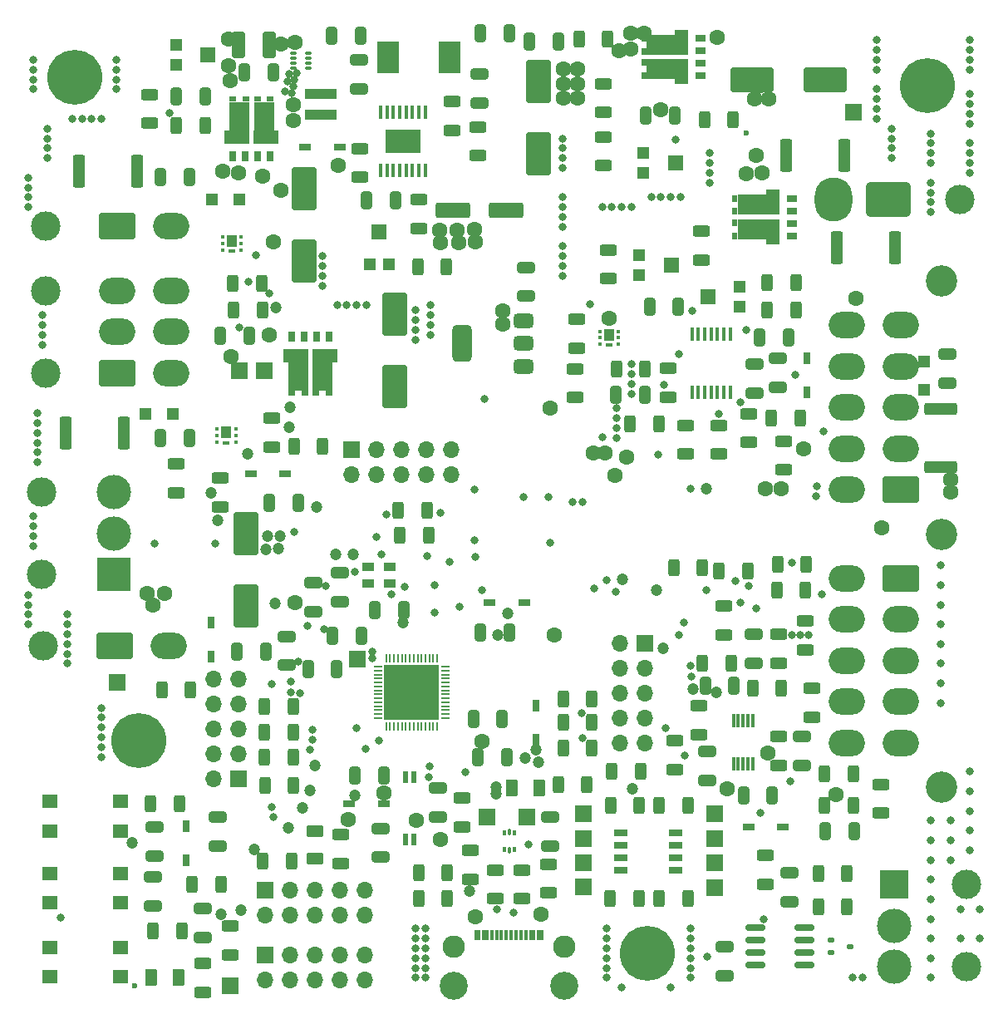
<source format=gbr>
%TF.GenerationSoftware,KiCad,Pcbnew,9.0.0*%
%TF.CreationDate,2025-03-25T01:25:05+01:00*%
%TF.ProjectId,FCCU-v2-schematic-pcb,46434355-2d76-4322-9d73-6368656d6174,rev?*%
%TF.SameCoordinates,Original*%
%TF.FileFunction,Soldermask,Top*%
%TF.FilePolarity,Negative*%
%FSLAX46Y46*%
G04 Gerber Fmt 4.6, Leading zero omitted, Abs format (unit mm)*
G04 Created by KiCad (PCBNEW 9.0.0) date 2025-03-25 01:25:05*
%MOMM*%
%LPD*%
G01*
G04 APERTURE LIST*
G04 Aperture macros list*
%AMRoundRect*
0 Rectangle with rounded corners*
0 $1 Rounding radius*
0 $2 $3 $4 $5 $6 $7 $8 $9 X,Y pos of 4 corners*
0 Add a 4 corners polygon primitive as box body*
4,1,4,$2,$3,$4,$5,$6,$7,$8,$9,$2,$3,0*
0 Add four circle primitives for the rounded corners*
1,1,$1+$1,$2,$3*
1,1,$1+$1,$4,$5*
1,1,$1+$1,$6,$7*
1,1,$1+$1,$8,$9*
0 Add four rect primitives between the rounded corners*
20,1,$1+$1,$2,$3,$4,$5,0*
20,1,$1+$1,$4,$5,$6,$7,0*
20,1,$1+$1,$6,$7,$8,$9,0*
20,1,$1+$1,$8,$9,$2,$3,0*%
G04 Aperture macros list end*
%ADD10R,1.150000X0.800000*%
%ADD11RoundRect,0.250000X-0.625000X0.312500X-0.625000X-0.312500X0.625000X-0.312500X0.625000X0.312500X0*%
%ADD12R,1.700000X1.700000*%
%ADD13RoundRect,0.250000X0.312500X0.625000X-0.312500X0.625000X-0.312500X-0.625000X0.312500X-0.625000X0*%
%ADD14R,0.600000X1.200000*%
%ADD15RoundRect,0.050000X-0.285000X-0.100000X0.285000X-0.100000X0.285000X0.100000X-0.285000X0.100000X0*%
%ADD16RoundRect,0.250000X0.650000X-0.325000X0.650000X0.325000X-0.650000X0.325000X-0.650000X-0.325000X0*%
%ADD17RoundRect,0.250000X-0.312500X-0.625000X0.312500X-0.625000X0.312500X0.625000X-0.312500X0.625000X0*%
%ADD18RoundRect,0.250000X0.412500X1.100000X-0.412500X1.100000X-0.412500X-1.100000X0.412500X-1.100000X0*%
%ADD19RoundRect,0.250000X0.625000X-0.312500X0.625000X0.312500X-0.625000X0.312500X-0.625000X-0.312500X0*%
%ADD20C,3.000000*%
%ADD21RoundRect,0.250001X1.599999X-1.099999X1.599999X1.099999X-1.599999X1.099999X-1.599999X-1.099999X0*%
%ADD22O,3.700000X2.700000*%
%ADD23C,5.600000*%
%ADD24R,1.200000X1.200000*%
%ADD25R,1.500000X1.600000*%
%ADD26RoundRect,0.250000X0.325000X0.650000X-0.325000X0.650000X-0.325000X-0.650000X0.325000X-0.650000X0*%
%ADD27RoundRect,0.250000X-0.325000X-0.650000X0.325000X-0.650000X0.325000X0.650000X-0.325000X0.650000X0*%
%ADD28RoundRect,0.050000X-0.387500X-0.050000X0.387500X-0.050000X0.387500X0.050000X-0.387500X0.050000X0*%
%ADD29RoundRect,0.050000X-0.050000X-0.387500X0.050000X-0.387500X0.050000X0.387500X-0.050000X0.387500X0*%
%ADD30R,5.600000X5.600000*%
%ADD31RoundRect,0.250000X-1.000000X1.950000X-1.000000X-1.950000X1.000000X-1.950000X1.000000X1.950000X0*%
%ADD32RoundRect,0.250000X-0.650000X0.325000X-0.650000X-0.325000X0.650000X-0.325000X0.650000X0.325000X0*%
%ADD33R,3.500000X3.500000*%
%ADD34C,3.500000*%
%ADD35RoundRect,0.250000X-1.500000X-0.550000X1.500000X-0.550000X1.500000X0.550000X-1.500000X0.550000X0*%
%ADD36R,0.750000X1.000000*%
%ADD37R,0.750000X0.560000*%
%ADD38R,2.080000X2.880000*%
%ADD39R,2.575000X1.400000*%
%ADD40R,3.000000X3.000000*%
%ADD41RoundRect,0.250000X0.625000X-0.375000X0.625000X0.375000X-0.625000X0.375000X-0.625000X-0.375000X0*%
%ADD42RoundRect,0.250000X0.362500X1.425000X-0.362500X1.425000X-0.362500X-1.425000X0.362500X-1.425000X0*%
%ADD43RoundRect,0.250000X1.000000X-1.950000X1.000000X1.950000X-1.000000X1.950000X-1.000000X-1.950000X0*%
%ADD44R,0.450000X1.475000*%
%ADD45R,1.600000X1.400000*%
%ADD46RoundRect,0.250000X-1.950000X-1.000000X1.950000X-1.000000X1.950000X1.000000X-1.950000X1.000000X0*%
%ADD47R,0.800000X1.150000*%
%ADD48R,2.173999X3.200400*%
%ADD49RoundRect,0.150000X-0.825000X-0.150000X0.825000X-0.150000X0.825000X0.150000X-0.825000X0.150000X0*%
%ADD50R,0.300000X1.400000*%
%ADD51O,1.700000X1.700000*%
%ADD52R,0.430000X0.350000*%
%ADD53R,1.100000X1.250000*%
%ADD54R,0.660000X0.350000*%
%ADD55RoundRect,0.250000X0.375000X0.625000X-0.375000X0.625000X-0.375000X-0.625000X0.375000X-0.625000X0*%
%ADD56R,3.550000X2.460000*%
%ADD57C,2.280000*%
%ADD58C,2.850000*%
%ADD59R,0.300000X1.100000*%
%ADD60RoundRect,0.250000X-1.425000X0.362500X-1.425000X-0.362500X1.425000X-0.362500X1.425000X0.362500X0*%
%ADD61RoundRect,0.112500X-0.237500X0.112500X-0.237500X-0.112500X0.237500X-0.112500X0.237500X0.112500X0*%
%ADD62R,1.450000X0.700000*%
%ADD63R,1.000000X0.750000*%
%ADD64R,0.560000X0.750000*%
%ADD65R,2.880000X2.080000*%
%ADD66R,1.400000X2.575000*%
%ADD67R,1.200000X0.950000*%
%ADD68R,3.200000X1.100000*%
%ADD69RoundRect,0.093750X0.093750X-0.156250X0.093750X0.156250X-0.093750X0.156250X-0.093750X-0.156250X0*%
%ADD70RoundRect,0.075000X0.075000X-0.250000X0.075000X0.250000X-0.075000X0.250000X-0.075000X-0.250000X0*%
%ADD71R,1.600000X1.500000*%
%ADD72RoundRect,0.375000X0.625000X0.375000X-0.625000X0.375000X-0.625000X-0.375000X0.625000X-0.375000X0*%
%ADD73RoundRect,0.500000X0.500000X1.400000X-0.500000X1.400000X-0.500000X-1.400000X0.500000X-1.400000X0*%
%ADD74C,3.200000*%
%ADD75RoundRect,0.250001X-1.599999X1.099999X-1.599999X-1.099999X1.599999X-1.099999X1.599999X1.099999X0*%
%ADD76RoundRect,0.324076X1.925924X-1.425924X1.925924X1.425924X-1.925924X1.425924X-1.925924X-1.425924X0*%
%ADD77O,3.850000X4.500000*%
%ADD78C,0.800000*%
%ADD79C,1.200000*%
%ADD80C,1.600000*%
%ADD81C,2.000000*%
%ADD82C,0.600000*%
G04 APERTURE END LIST*
D10*
%TO.C,Z5*%
X124750000Y-95250000D03*
X128250000Y-95250000D03*
%TD*%
D11*
%TO.C,R1*%
X145000000Y-104362500D03*
X145000000Y-101437500D03*
%TD*%
D12*
%TO.C,C_2*%
X161998750Y-101301250D03*
%TD*%
D13*
%TO.C,R32*%
X132812500Y-67900000D03*
X129887500Y-67900000D03*
%TD*%
D14*
%TO.C,Y2*%
X130450000Y-92600000D03*
X130450000Y-98900000D03*
X131350000Y-98900000D03*
X131350000Y-92600000D03*
%TD*%
D15*
%TO.C,U2*%
X119060000Y-18850000D03*
X119060000Y-19350000D03*
X119060000Y-19850000D03*
X119060000Y-20350000D03*
X120540000Y-20350000D03*
X120540000Y-19850000D03*
X120540000Y-19350000D03*
X120540000Y-18850000D03*
%TD*%
D16*
%TO.C,C18*%
X109800000Y-108875000D03*
X109800000Y-105925000D03*
%TD*%
D13*
%TO.C,R47*%
X170262500Y-45000000D03*
X167337500Y-45000000D03*
%TD*%
D17*
%TO.C,R46*%
X167337500Y-42200000D03*
X170262500Y-42200000D03*
%TD*%
D18*
%TO.C,C8*%
X116562500Y-18000000D03*
X113437500Y-18000000D03*
%TD*%
D17*
%TO.C,R53*%
X151373750Y-95476250D03*
X154298750Y-95476250D03*
%TD*%
D19*
%TO.C,R48*%
X157200000Y-53862500D03*
X157200000Y-50937500D03*
%TD*%
%TO.C,R3*%
X142300000Y-104962500D03*
X142300000Y-102037500D03*
%TD*%
D20*
%TO.C,J8*%
X93775000Y-51400000D03*
X93775000Y-43000000D03*
D21*
X101075000Y-51400000D03*
D22*
X101075000Y-47200000D03*
X101075000Y-43000000D03*
X106575000Y-51400000D03*
X106575000Y-47200000D03*
X106575000Y-43000000D03*
%TD*%
D23*
%TO.C,REF\u002A\u002A*%
X103300000Y-88850000D03*
%TD*%
D13*
%TO.C,R26*%
X119012500Y-88000000D03*
X116087500Y-88000000D03*
%TD*%
D19*
%TO.C,R73*%
X147875000Y-48837500D03*
X147875000Y-45912500D03*
%TD*%
D11*
%TO.C,R25*%
X116825000Y-56012500D03*
X116825000Y-58937500D03*
%TD*%
D24*
%TO.C,RV2*%
X154700000Y-31000000D03*
D25*
X157950000Y-30000000D03*
D24*
X154700000Y-29000000D03*
%TD*%
D17*
%TO.C,R63*%
X156336250Y-95476250D03*
X159261250Y-95476250D03*
%TD*%
D11*
%TO.C,R18*%
X109800000Y-111537500D03*
X109800000Y-114462500D03*
%TD*%
D17*
%TO.C,R57*%
X172537500Y-105800000D03*
X175462500Y-105800000D03*
%TD*%
D11*
%TO.C,R56*%
X169000000Y-58337500D03*
X169000000Y-61262500D03*
%TD*%
D10*
%TO.C,Z6*%
X139050000Y-74800000D03*
X142550000Y-74800000D03*
%TD*%
D16*
%TO.C,C43*%
X166000000Y-53475000D03*
X166000000Y-50525000D03*
%TD*%
D26*
%TO.C,C51*%
X108425000Y-58050000D03*
X105475000Y-58050000D03*
%TD*%
D11*
%TO.C,R44*%
X160600000Y-36937500D03*
X160600000Y-39862500D03*
%TD*%
D26*
%TO.C,C29*%
X119525000Y-64600000D03*
X116575000Y-64600000D03*
%TD*%
D27*
%TO.C,C37*%
X137875000Y-90500000D03*
X140825000Y-90500000D03*
%TD*%
D26*
%TO.C,C7*%
X146075000Y-17600000D03*
X143125000Y-17600000D03*
%TD*%
D28*
%TO.C,U6*%
X127662500Y-81325000D03*
X127662500Y-81725000D03*
X127662500Y-82125000D03*
X127662500Y-82525000D03*
X127662500Y-82925000D03*
X127662500Y-83325000D03*
X127662500Y-83725000D03*
X127662500Y-84125000D03*
X127662500Y-84525000D03*
X127662500Y-84925000D03*
X127662500Y-85325000D03*
X127662500Y-85725000D03*
X127662500Y-86125000D03*
X127662500Y-86525000D03*
D29*
X128500000Y-87362500D03*
X128900000Y-87362500D03*
X129300000Y-87362500D03*
X129700000Y-87362500D03*
X130100000Y-87362500D03*
X130500000Y-87362500D03*
X130900000Y-87362500D03*
X131300000Y-87362500D03*
X131700000Y-87362500D03*
X132100000Y-87362500D03*
X132500000Y-87362500D03*
X132900000Y-87362500D03*
X133300000Y-87362500D03*
X133700000Y-87362500D03*
D28*
X134537500Y-86525000D03*
X134537500Y-86125000D03*
X134537500Y-85725000D03*
X134537500Y-85325000D03*
X134537500Y-84925000D03*
X134537500Y-84525000D03*
X134537500Y-84125000D03*
X134537500Y-83725000D03*
X134537500Y-83325000D03*
X134537500Y-82925000D03*
X134537500Y-82525000D03*
X134537500Y-82125000D03*
X134537500Y-81725000D03*
X134537500Y-81325000D03*
D29*
X133700000Y-80487500D03*
X133300000Y-80487500D03*
X132900000Y-80487500D03*
X132500000Y-80487500D03*
X132100000Y-80487500D03*
X131700000Y-80487500D03*
X131300000Y-80487500D03*
X130900000Y-80487500D03*
X130500000Y-80487500D03*
X130100000Y-80487500D03*
X129700000Y-80487500D03*
X129300000Y-80487500D03*
X128900000Y-80487500D03*
X128500000Y-80487500D03*
D30*
X131100000Y-83925000D03*
%TD*%
D19*
%TO.C,R81*%
X157900000Y-91787500D03*
X157900000Y-88862500D03*
%TD*%
D10*
%TO.C,Z1*%
X120250000Y-28400000D03*
X123750000Y-28400000D03*
%TD*%
D31*
%TO.C,C9*%
X144000000Y-21700000D03*
X144000000Y-29100000D03*
%TD*%
D13*
%TO.C,R61*%
X118862500Y-101100000D03*
X115937500Y-101100000D03*
%TD*%
D20*
%TO.C,J5*%
X93575000Y-79200000D03*
D21*
X100875000Y-79200000D03*
D22*
X106375000Y-79200000D03*
%TD*%
D32*
%TO.C,C21*%
X133800000Y-93675000D03*
X133800000Y-96625000D03*
%TD*%
D26*
%TO.C,C35*%
X128275000Y-92400000D03*
X125325000Y-92400000D03*
%TD*%
D11*
%TO.C,R31*%
X137100000Y-100037500D03*
X137100000Y-102962500D03*
%TD*%
%TO.C,R66*%
X178925000Y-93287500D03*
X178925000Y-96212500D03*
%TD*%
D17*
%TO.C,R64*%
X156336250Y-104901250D03*
X159261250Y-104901250D03*
%TD*%
%TO.C,R12*%
X131737500Y-40600000D03*
X134662500Y-40600000D03*
%TD*%
D27*
%TO.C,C40*%
X155325000Y-44600000D03*
X158275000Y-44600000D03*
%TD*%
D17*
%TO.C,R39*%
X146537500Y-87000000D03*
X149462500Y-87000000D03*
%TD*%
D13*
%TO.C,R85*%
X163662500Y-80925000D03*
X160737500Y-80925000D03*
%TD*%
D20*
%TO.C,J3*%
X93412900Y-63515750D03*
X93412900Y-71915750D03*
D33*
X100712900Y-71915750D03*
D34*
X100712900Y-67715750D03*
X100712900Y-63515750D03*
%TD*%
D24*
%TO.C,RV5*%
X164500000Y-42600000D03*
D25*
X161250000Y-43600000D03*
D24*
X164500000Y-44600000D03*
%TD*%
D32*
%TO.C,C1*%
X138000000Y-20925000D03*
X138000000Y-23875000D03*
%TD*%
D35*
%TO.C,C4*%
X135300000Y-34800000D03*
X140700000Y-34800000D03*
%TD*%
D17*
%TO.C,R16*%
X107137500Y-26200000D03*
X110062500Y-26200000D03*
%TD*%
D24*
%TO.C,D10*%
X113520000Y-33750000D03*
X110720000Y-33750000D03*
%TD*%
D36*
%TO.C,D5*%
X122670000Y-47650000D03*
X121400000Y-47650000D03*
X120130000Y-47650000D03*
X118860000Y-47650000D03*
D37*
X118860000Y-53460000D03*
X120190000Y-53460000D03*
D38*
X119525000Y-51740000D03*
D39*
X119277000Y-49600000D03*
D37*
X121340000Y-53460000D03*
X122670000Y-53460000D03*
D39*
X122253000Y-49600000D03*
D38*
X122005000Y-51740000D03*
%TD*%
D20*
%TO.C,J2*%
X187587100Y-111884250D03*
X187587100Y-103484250D03*
D40*
X180287100Y-103484250D03*
D34*
X180287100Y-107684250D03*
X180287100Y-111884250D03*
%TD*%
D41*
%TO.C,D7*%
X121250000Y-100900000D03*
X121250000Y-98100000D03*
%TD*%
D32*
%TO.C,C24*%
X127900000Y-97775000D03*
X127900000Y-100725000D03*
%TD*%
D19*
%TO.C,R11*%
X131800000Y-36662500D03*
X131800000Y-33737500D03*
%TD*%
D23*
%TO.C,REF\u002A\u002A*%
X155150000Y-110550000D03*
%TD*%
D13*
%TO.C,R27*%
X119062500Y-93450000D03*
X116137500Y-93450000D03*
%TD*%
%TO.C,R40*%
X160712500Y-71250000D03*
X157787500Y-71250000D03*
%TD*%
D12*
%TO.C,C_1*%
X161998750Y-96301250D03*
%TD*%
%TO.C,A_1*%
X148598750Y-96301250D03*
%TD*%
D13*
%TO.C,R4*%
X134712500Y-104900000D03*
X131787500Y-104900000D03*
%TD*%
D11*
%TO.C,R17*%
X104400000Y-23037500D03*
X104400000Y-25962500D03*
%TD*%
D16*
%TO.C,C33*%
X121050000Y-75675000D03*
X121050000Y-72725000D03*
%TD*%
D42*
%TO.C,R78*%
X101762500Y-57525000D03*
X95837500Y-57525000D03*
%TD*%
D32*
%TO.C,C31*%
X118400000Y-78225000D03*
X118400000Y-81175000D03*
%TD*%
%TO.C,C25*%
X111325000Y-96650000D03*
X111325000Y-99600000D03*
%TD*%
D13*
%TO.C,R50*%
X154862500Y-51000000D03*
X151937500Y-51000000D03*
%TD*%
D17*
%TO.C,R23*%
X119087500Y-58900000D03*
X122012500Y-58900000D03*
%TD*%
D20*
%TO.C,J4*%
X93775000Y-36400000D03*
D21*
X101075000Y-36400000D03*
D22*
X106575000Y-36400000D03*
%TD*%
D11*
%TO.C,R15*%
X150600000Y-27337500D03*
X150600000Y-30262500D03*
%TD*%
%TO.C,R75*%
X111550000Y-62112500D03*
X111550000Y-65037500D03*
%TD*%
D17*
%TO.C,R71*%
X112987500Y-45000000D03*
X115912500Y-45000000D03*
%TD*%
%TO.C,R51*%
X172537500Y-102400000D03*
X175462500Y-102400000D03*
%TD*%
D43*
%TO.C,C15*%
X129350000Y-52800000D03*
X129350000Y-45400000D03*
%TD*%
D44*
%TO.C,IC2*%
X159650000Y-53338000D03*
X160300000Y-53338000D03*
X160950000Y-53338000D03*
X161600000Y-53338000D03*
X162250000Y-53338000D03*
X162900000Y-53338000D03*
X163550000Y-53338000D03*
X163550000Y-47462000D03*
X162900000Y-47462000D03*
X162250000Y-47462000D03*
X161600000Y-47462000D03*
X160950000Y-47462000D03*
X160300000Y-47462000D03*
X159650000Y-47462000D03*
%TD*%
D45*
%TO.C,BOOT*%
X94250000Y-105350000D03*
X101450000Y-105350000D03*
X94250000Y-102350000D03*
X101450000Y-102350000D03*
%TD*%
D11*
%TO.C,R69*%
X168500000Y-88437500D03*
X168500000Y-91362500D03*
%TD*%
D13*
%TO.C,R21*%
X111662500Y-103450000D03*
X108737500Y-103450000D03*
%TD*%
%TO.C,R9*%
X163862500Y-25600000D03*
X160937500Y-25600000D03*
%TD*%
D46*
%TO.C,C2*%
X165800000Y-21500000D03*
X173200000Y-21500000D03*
%TD*%
D42*
%TO.C,R77*%
X103162500Y-30800000D03*
X97237500Y-30800000D03*
%TD*%
D47*
%TO.C,Z2*%
X110700000Y-76800000D03*
X110700000Y-80300000D03*
%TD*%
D11*
%TO.C,R68*%
X171875000Y-83537500D03*
X171875000Y-86462500D03*
%TD*%
D10*
%TO.C,Z9*%
X165425000Y-97650000D03*
X168925000Y-97650000D03*
%TD*%
D19*
%TO.C,R49*%
X165400000Y-58462500D03*
X165400000Y-55537500D03*
%TD*%
D13*
%TO.C,R67*%
X176087500Y-95475000D03*
X173162500Y-95475000D03*
%TD*%
D23*
%TO.C,REF\u002A\u002A*%
X96750000Y-21250000D03*
%TD*%
D13*
%TO.C,R82*%
X168762500Y-83500000D03*
X165837500Y-83500000D03*
%TD*%
D48*
%TO.C,D1*%
X128698998Y-19200000D03*
X134953002Y-19200000D03*
%TD*%
D49*
%TO.C,U7*%
X166125000Y-107895000D03*
X166125000Y-109165000D03*
X166125000Y-110435000D03*
X166125000Y-111705000D03*
X171075000Y-111705000D03*
X171075000Y-110435000D03*
X171075000Y-109165000D03*
X171075000Y-107895000D03*
%TD*%
D26*
%TO.C,C34*%
X125975000Y-78150000D03*
X123025000Y-78150000D03*
%TD*%
D50*
%TO.C,IC4*%
X163875000Y-91200000D03*
X164375000Y-91200000D03*
X164875000Y-91200000D03*
X165375000Y-91200000D03*
X165875000Y-91200000D03*
X165875000Y-86800000D03*
X165375000Y-86800000D03*
X164875000Y-86800000D03*
X164375000Y-86800000D03*
X163875000Y-86800000D03*
%TD*%
D11*
%TO.C,R72*%
X107125000Y-60662500D03*
X107125000Y-63587500D03*
%TD*%
D27*
%TO.C,C10*%
X122925000Y-17000000D03*
X125875000Y-17000000D03*
%TD*%
D16*
%TO.C,C20*%
X123750000Y-74725000D03*
X123750000Y-71775000D03*
%TD*%
D43*
%TO.C,C28*%
X114200000Y-75150000D03*
X114200000Y-67750000D03*
%TD*%
D12*
%TO.C,J14*%
X124950000Y-59210000D03*
D51*
X127490000Y-59210000D03*
X130030000Y-59210000D03*
X132570000Y-59210000D03*
X135110000Y-59210000D03*
X124950000Y-61750000D03*
X127490000Y-61750000D03*
X130030000Y-61750000D03*
X132570000Y-61750000D03*
X135110000Y-61750000D03*
%TD*%
D11*
%TO.C,R7*%
X135200000Y-23737500D03*
X135200000Y-26662500D03*
%TD*%
D52*
%TO.C,Q3*%
X150265000Y-47150000D03*
X150265000Y-47800000D03*
D53*
X151200000Y-47515000D03*
D52*
X152135000Y-47150000D03*
X152135000Y-47800000D03*
X150265000Y-48450000D03*
D54*
X151200000Y-48575000D03*
D52*
X152135000Y-48450000D03*
%TD*%
D12*
%TO.C,TP1*%
X176100000Y-24800000D03*
%TD*%
D13*
%TO.C,R13*%
X151062500Y-17400000D03*
X148137500Y-17400000D03*
%TD*%
%TO.C,R36*%
X171237500Y-73500000D03*
X168312500Y-73500000D03*
%TD*%
D32*
%TO.C,C47*%
X170875000Y-88425000D03*
X170875000Y-91375000D03*
%TD*%
D27*
%TO.C,C38*%
X137375000Y-86600000D03*
X140325000Y-86600000D03*
%TD*%
D19*
%TO.C,R70*%
X167150000Y-103487500D03*
X167150000Y-100562500D03*
%TD*%
D55*
%TO.C,D8*%
X144100000Y-93700000D03*
X141300000Y-93700000D03*
%TD*%
D17*
%TO.C,R33*%
X129712500Y-65425000D03*
X132637500Y-65425000D03*
%TD*%
%TO.C,R19*%
X104737500Y-108200000D03*
X107662500Y-108200000D03*
%TD*%
D45*
%TO.C,RESET*%
X94200000Y-98050000D03*
X101400000Y-98050000D03*
X94200000Y-95050000D03*
X101400000Y-95050000D03*
%TD*%
D13*
%TO.C,R60*%
X156262500Y-56600000D03*
X153337500Y-56600000D03*
%TD*%
D47*
%TO.C,Z7*%
X143800000Y-85250000D03*
X143800000Y-88750000D03*
%TD*%
D19*
%TO.C,R65*%
X112600000Y-110662500D03*
X112600000Y-107737500D03*
%TD*%
D32*
%TO.C,C27*%
X104775000Y-102700000D03*
X104775000Y-105650000D03*
%TD*%
D27*
%TO.C,C55*%
X111625000Y-47600000D03*
X114575000Y-47600000D03*
%TD*%
D13*
%TO.C,R55*%
X170662500Y-56000000D03*
X167737500Y-56000000D03*
%TD*%
D26*
%TO.C,C32*%
X123475000Y-81550000D03*
X120525000Y-81550000D03*
%TD*%
D11*
%TO.C,R76*%
X147725000Y-50962500D03*
X147725000Y-53887500D03*
%TD*%
%TO.C,R20*%
X136200000Y-94687500D03*
X136200000Y-97612500D03*
%TD*%
D24*
%TO.C,D11*%
X103955000Y-55600000D03*
X106755000Y-55600000D03*
%TD*%
D42*
%TO.C,R5*%
X175212500Y-29250000D03*
X169287500Y-29250000D03*
%TD*%
D44*
%TO.C,IC1*%
X132475000Y-24862000D03*
X131825000Y-24862000D03*
X131175000Y-24862000D03*
X130525000Y-24862000D03*
X129875000Y-24862000D03*
X129225000Y-24862000D03*
X128575000Y-24862000D03*
X127925000Y-24862000D03*
X127925000Y-30738000D03*
X128575000Y-30738000D03*
X129225000Y-30738000D03*
X129875000Y-30738000D03*
X130525000Y-30738000D03*
X131175000Y-30738000D03*
X131825000Y-30738000D03*
X132475000Y-30738000D03*
D56*
X130200000Y-27800000D03*
%TD*%
D42*
%TO.C,R6*%
X180362500Y-38650000D03*
X174437500Y-38650000D03*
%TD*%
D17*
%TO.C,R38*%
X146537500Y-89600000D03*
X149462500Y-89600000D03*
%TD*%
D19*
%TO.C,R10*%
X125800000Y-31462500D03*
X125800000Y-28537500D03*
%TD*%
D57*
%TO.C,P1*%
X135380000Y-109800000D03*
D58*
X135380000Y-113800000D03*
D59*
X137650000Y-108650000D03*
D57*
X146620000Y-109800000D03*
D58*
X146620000Y-113800000D03*
D59*
X138450000Y-108650000D03*
X139750000Y-108650000D03*
X140750000Y-108650000D03*
X141250000Y-108650000D03*
X142250000Y-108650000D03*
X143550000Y-108650000D03*
X144350000Y-108650000D03*
X144050000Y-108650000D03*
X143250000Y-108650000D03*
X142750000Y-108650000D03*
X141750000Y-108650000D03*
X140250000Y-108650000D03*
X139250000Y-108650000D03*
X138750000Y-108650000D03*
X137950000Y-108650000D03*
%TD*%
D27*
%TO.C,C49*%
X164900000Y-94425000D03*
X167850000Y-94425000D03*
%TD*%
%TO.C,C36*%
X138125000Y-77800000D03*
X141075000Y-77800000D03*
%TD*%
D60*
%TO.C,R79*%
X185000000Y-55037500D03*
X185000000Y-60962500D03*
%TD*%
D16*
%TO.C,C23*%
X145200000Y-99575000D03*
X145200000Y-96625000D03*
%TD*%
D61*
%TO.C,D6*%
X173800000Y-109150000D03*
X173800000Y-110450000D03*
X175800000Y-109800000D03*
%TD*%
D13*
%TO.C,R34*%
X171287500Y-70925000D03*
X168362500Y-70925000D03*
%TD*%
D27*
%TO.C,C17*%
X127325000Y-75575000D03*
X130275000Y-75575000D03*
%TD*%
D13*
%TO.C,R28*%
X119012500Y-85400000D03*
X116087500Y-85400000D03*
%TD*%
D17*
%TO.C,R74*%
X112887500Y-42250000D03*
X115812500Y-42250000D03*
%TD*%
D45*
%TO.C,TEST*%
X94200000Y-112900000D03*
X101400000Y-112900000D03*
X94200000Y-109900000D03*
X101400000Y-109900000D03*
%TD*%
D47*
%TO.C,Z8*%
X171400000Y-53350000D03*
X171400000Y-49850000D03*
%TD*%
D62*
%TO.C,IC3*%
X152398750Y-98196250D03*
X152398750Y-99466250D03*
X152398750Y-100736250D03*
X152398750Y-102006250D03*
X157998750Y-102006250D03*
X157998750Y-100736250D03*
X157998750Y-99466250D03*
X157998750Y-98196250D03*
%TD*%
D12*
%TO.C,J11*%
X116150000Y-110710000D03*
D51*
X118690000Y-110710000D03*
X121230000Y-110710000D03*
X123770000Y-110710000D03*
X126310000Y-110710000D03*
X116150000Y-113250000D03*
X118690000Y-113250000D03*
X121230000Y-113250000D03*
X123770000Y-113250000D03*
X126310000Y-113250000D03*
%TD*%
D32*
%TO.C,C42*%
X162950000Y-109825000D03*
X162950000Y-112775000D03*
%TD*%
D26*
%TO.C,C50*%
X108475000Y-31400000D03*
X105525000Y-31400000D03*
%TD*%
D63*
%TO.C,D3*%
X160547500Y-21105500D03*
X160547500Y-19835500D03*
X160547500Y-18565500D03*
X160547500Y-17295500D03*
D64*
X154737500Y-17295500D03*
X154737500Y-18625500D03*
D65*
X156457500Y-17960500D03*
D66*
X158597500Y-17712500D03*
D64*
X154737500Y-19775500D03*
X154737500Y-21105500D03*
D66*
X158597500Y-20688500D03*
D65*
X156457500Y-20440500D03*
%TD*%
D52*
%TO.C,Q2*%
X111290000Y-57100000D03*
X111290000Y-57750000D03*
D53*
X112225000Y-57465000D03*
D52*
X113160000Y-57100000D03*
X113160000Y-57750000D03*
X111290000Y-58400000D03*
D54*
X112225000Y-58525000D03*
D52*
X113160000Y-58400000D03*
%TD*%
D67*
%TO.C,Y1*%
X128850000Y-71125000D03*
X126650000Y-71125000D03*
X126650000Y-72875000D03*
X128850000Y-72875000D03*
%TD*%
D24*
%TO.C,RV3*%
X107100000Y-18000000D03*
D25*
X110350000Y-19000000D03*
D24*
X107100000Y-20000000D03*
%TD*%
D26*
%TO.C,C5*%
X129475000Y-33800000D03*
X126525000Y-33800000D03*
%TD*%
D32*
%TO.C,C52*%
X185675000Y-49450000D03*
X185675000Y-52400000D03*
%TD*%
D27*
%TO.C,C44*%
X151925000Y-53600000D03*
X154875000Y-53600000D03*
%TD*%
D68*
%TO.C,L2*%
X121850000Y-22950000D03*
X121850000Y-25050000D03*
%TD*%
D17*
%TO.C,R24*%
X105637500Y-83650000D03*
X108562500Y-83650000D03*
%TD*%
D32*
%TO.C,C45*%
X169600000Y-102325000D03*
X169600000Y-105275000D03*
%TD*%
D17*
%TO.C,R86*%
X131787500Y-102300000D03*
X134712500Y-102300000D03*
%TD*%
D63*
%TO.C,D2*%
X169847500Y-37405500D03*
X169847500Y-36135500D03*
X169847500Y-34865500D03*
X169847500Y-33595500D03*
D64*
X164037500Y-33595500D03*
X164037500Y-34925500D03*
D65*
X165757500Y-34260500D03*
D66*
X167897500Y-34012500D03*
D64*
X164037500Y-36075500D03*
X164037500Y-37405500D03*
D66*
X167897500Y-36988500D03*
D65*
X165757500Y-36740500D03*
%TD*%
D31*
%TO.C,C16*%
X120150000Y-32600000D03*
X120150000Y-40000000D03*
%TD*%
D19*
%TO.C,R14*%
X150600000Y-24862500D03*
X150600000Y-21937500D03*
%TD*%
D24*
%TO.C,RV4*%
X154300000Y-39400000D03*
D25*
X157550000Y-40400000D03*
D24*
X154300000Y-41400000D03*
%TD*%
D12*
%TO.C,A_2*%
X148598750Y-101301250D03*
%TD*%
D52*
%TO.C,Q1*%
X111865000Y-37550000D03*
X111865000Y-38200000D03*
D53*
X112800000Y-37915000D03*
D52*
X113735000Y-37550000D03*
X113735000Y-38200000D03*
X111865000Y-38850000D03*
D54*
X112800000Y-38975000D03*
D52*
X113735000Y-38850000D03*
%TD*%
D19*
%TO.C,R2*%
X139650000Y-104962500D03*
X139650000Y-102037500D03*
%TD*%
D17*
%TO.C,R54*%
X151336250Y-104901250D03*
X154261250Y-104901250D03*
%TD*%
%TO.C,R43*%
X146537500Y-84600000D03*
X149462500Y-84600000D03*
%TD*%
D12*
%TO.C,J15*%
X154890000Y-78950000D03*
D51*
X154890000Y-81490000D03*
X154890000Y-84030000D03*
X154890000Y-86570000D03*
X154890000Y-89110000D03*
X152350000Y-78950000D03*
X152350000Y-81490000D03*
X152350000Y-84030000D03*
X152350000Y-86570000D03*
X152350000Y-89110000D03*
%TD*%
D10*
%TO.C,Z3*%
X118200000Y-61700000D03*
X114700000Y-61700000D03*
%TD*%
D32*
%TO.C,C26*%
X104875000Y-97625000D03*
X104875000Y-100575000D03*
%TD*%
D69*
%TO.C,U5*%
X140512500Y-99950000D03*
D70*
X141050000Y-100025000D03*
D69*
X141587500Y-99950000D03*
X141587500Y-98250000D03*
D70*
X141050000Y-98175000D03*
D69*
X140512500Y-98250000D03*
%TD*%
D17*
%TO.C,R42*%
X151487500Y-92000000D03*
X154412500Y-92000000D03*
%TD*%
D11*
%TO.C,R8*%
X137800000Y-26337500D03*
X137800000Y-29262500D03*
%TD*%
D19*
%TO.C,R45*%
X151150000Y-41787500D03*
X151150000Y-38862500D03*
%TD*%
D23*
%TO.C,REF\u002A\u002A*%
X183650000Y-22150000D03*
%TD*%
D36*
%TO.C,D4*%
X112894500Y-29305000D03*
X114164500Y-29305000D03*
X115434500Y-29305000D03*
X116704500Y-29305000D03*
D37*
X116704500Y-23495000D03*
X115374500Y-23495000D03*
D38*
X116039500Y-25215000D03*
D39*
X116287500Y-27355000D03*
X113311500Y-27355000D03*
D38*
X113559500Y-25215000D03*
D37*
X114224500Y-23495000D03*
X112894500Y-23495000D03*
%TD*%
D16*
%TO.C,C39*%
X168400000Y-52875000D03*
X168400000Y-49925000D03*
%TD*%
D27*
%TO.C,C6*%
X138125000Y-16800000D03*
X141075000Y-16800000D03*
%TD*%
D17*
%TO.C,R37*%
X162412500Y-71600000D03*
X165337500Y-71600000D03*
%TD*%
D24*
%TO.C,RV1*%
X126800000Y-40300000D03*
D71*
X127800000Y-37050000D03*
D24*
X128800000Y-40300000D03*
%TD*%
D17*
%TO.C,R22*%
X104487500Y-95275000D03*
X107412500Y-95275000D03*
%TD*%
D27*
%TO.C,C14*%
X107125000Y-23200000D03*
X110075000Y-23200000D03*
%TD*%
D13*
%TO.C,R29*%
X119012500Y-90500000D03*
X116087500Y-90500000D03*
%TD*%
D19*
%TO.C,R83*%
X168525000Y-80937500D03*
X168525000Y-78012500D03*
%TD*%
D32*
%TO.C,C12*%
X125700000Y-19525000D03*
X125700000Y-22475000D03*
%TD*%
D26*
%TO.C,C30*%
X116225000Y-79750000D03*
X113275000Y-79750000D03*
%TD*%
D11*
%TO.C,R41*%
X162925000Y-75162500D03*
X162925000Y-78087500D03*
%TD*%
%TO.C,R30*%
X123850000Y-98437500D03*
X123850000Y-101362500D03*
%TD*%
D26*
%TO.C,C46*%
X176175000Y-98075000D03*
X173225000Y-98075000D03*
%TD*%
D12*
%TO.C,J12*%
X116150000Y-104110000D03*
D51*
X118690000Y-104110000D03*
X121230000Y-104110000D03*
X123770000Y-104110000D03*
X126310000Y-104110000D03*
X116150000Y-106650000D03*
X118690000Y-106650000D03*
X121230000Y-106650000D03*
X123770000Y-106650000D03*
X126310000Y-106650000D03*
%TD*%
D72*
%TO.C,U3*%
X142500000Y-50700000D03*
X142500000Y-48400000D03*
D73*
X136200000Y-48400000D03*
D72*
X142500000Y-46100000D03*
%TD*%
D17*
%TO.C,R62*%
X146037500Y-93350000D03*
X148962500Y-93350000D03*
%TD*%
D13*
%TO.C,R35*%
X176087500Y-92250000D03*
X173162500Y-92250000D03*
%TD*%
D27*
%TO.C,C3*%
X154925000Y-25200000D03*
X157875000Y-25200000D03*
%TD*%
D16*
%TO.C,C13*%
X142750000Y-43575000D03*
X142750000Y-40625000D03*
%TD*%
D19*
%TO.C,R59*%
X159000000Y-59662500D03*
X159000000Y-56737500D03*
%TD*%
D55*
%TO.C,D9*%
X107400000Y-113000000D03*
X104600000Y-113000000D03*
%TD*%
D19*
%TO.C,R58*%
X162400000Y-59662500D03*
X162400000Y-56737500D03*
%TD*%
D47*
%TO.C,Z4*%
X108150000Y-97525000D03*
X108150000Y-101025000D03*
%TD*%
D16*
%TO.C,C53*%
X165975000Y-80975000D03*
X165975000Y-78025000D03*
%TD*%
D26*
%TO.C,C54*%
X163950000Y-83250000D03*
X161000000Y-83250000D03*
%TD*%
D74*
%TO.C,J6*%
X185100000Y-67800000D03*
X185100000Y-93600000D03*
D75*
X180900000Y-72300000D03*
D22*
X180900000Y-76500000D03*
X180900000Y-80700000D03*
X180900000Y-84900000D03*
X180900000Y-89100000D03*
X175400000Y-72300000D03*
X175400000Y-76500000D03*
X175400000Y-80700000D03*
X175400000Y-84900000D03*
X175400000Y-89100000D03*
%TD*%
D26*
%TO.C,C11*%
X116975000Y-20800000D03*
X114025000Y-20800000D03*
%TD*%
D19*
%TO.C,R80*%
X160350000Y-88237500D03*
X160350000Y-85312500D03*
%TD*%
D26*
%TO.C,C41*%
X169475000Y-47800000D03*
X166525000Y-47800000D03*
%TD*%
D12*
%TO.C,+5V*%
X113525000Y-51125000D03*
%TD*%
D11*
%TO.C,R84*%
X171175000Y-76687500D03*
X171175000Y-79612500D03*
%TD*%
D32*
%TO.C,C48*%
X161200000Y-89975000D03*
X161200000Y-92925000D03*
%TD*%
D24*
%TO.C,D12*%
X183275000Y-53070000D03*
X183275000Y-50270000D03*
%TD*%
D12*
%TO.C,TP12*%
X142800000Y-96600000D03*
%TD*%
%TO.C,TP3*%
X125600000Y-80550000D03*
%TD*%
D20*
%TO.C,J1*%
X186925000Y-33750000D03*
D76*
X179625000Y-33750000D03*
D77*
X174050000Y-33750000D03*
%TD*%
D12*
%TO.C,TP13*%
X138800000Y-96600000D03*
%TD*%
%TO.C,TP8*%
X116075000Y-51125000D03*
%TD*%
%TO.C,E_1*%
X161998750Y-98801250D03*
%TD*%
%TO.C,E_2*%
X161998750Y-103801250D03*
%TD*%
%TO.C,J13*%
X113440000Y-92725000D03*
D51*
X113440000Y-90185000D03*
X113440000Y-87645000D03*
X113440000Y-85105000D03*
X113440000Y-82565000D03*
X110900000Y-92725000D03*
X110900000Y-90185000D03*
X110900000Y-87645000D03*
X110900000Y-85105000D03*
X110900000Y-82565000D03*
%TD*%
D12*
%TO.C,K_2*%
X148598750Y-103751250D03*
%TD*%
%TO.C,K_1*%
X148598750Y-98801250D03*
%TD*%
%TO.C,TP3*%
X101100000Y-82950000D03*
%TD*%
%TO.C,TP10*%
X112600000Y-113800000D03*
%TD*%
D74*
%TO.C,J7*%
X185100000Y-67800000D03*
X185100000Y-42000000D03*
D21*
X180900000Y-63300000D03*
D22*
X180900000Y-59100000D03*
X180900000Y-54900000D03*
X180900000Y-50700000D03*
X180900000Y-46500000D03*
X175400000Y-63300000D03*
X175400000Y-59100000D03*
X175400000Y-54900000D03*
X175400000Y-50700000D03*
X175400000Y-46500000D03*
%TD*%
D78*
X125500000Y-87600000D03*
X159542050Y-63201000D03*
X147500000Y-64500000D03*
X148500000Y-64500000D03*
X138500000Y-54000000D03*
X151000000Y-72500000D03*
X145000000Y-64000000D03*
X137500000Y-63300000D03*
X142500000Y-64000000D03*
X152000000Y-55000000D03*
X152000000Y-57000000D03*
X152000000Y-56000000D03*
X152000000Y-58000000D03*
X153500000Y-53500000D03*
X153500000Y-51500000D03*
X153500000Y-52500000D03*
X153500000Y-50500000D03*
X122000000Y-42500000D03*
X122000000Y-40500000D03*
X122000000Y-41500000D03*
X122000000Y-39500000D03*
X126500000Y-44500000D03*
X124500000Y-44500000D03*
X125500000Y-44500000D03*
X123500000Y-44500000D03*
X133000000Y-47500000D03*
X133000000Y-45500000D03*
X133000000Y-46500000D03*
X133000000Y-44500000D03*
X131500000Y-48000000D03*
X131500000Y-46000000D03*
X131500000Y-47000000D03*
X131500000Y-45000000D03*
X146500000Y-39500000D03*
X146500000Y-40500000D03*
X146500000Y-41500000D03*
X146500000Y-38500000D03*
X146500000Y-34500000D03*
X146500000Y-35500000D03*
X146500000Y-36500000D03*
X146500000Y-33500000D03*
X146500000Y-28500000D03*
X146500000Y-29500000D03*
X146500000Y-30500000D03*
X146500000Y-27500000D03*
X156500000Y-33500000D03*
X157500000Y-33500000D03*
X158500000Y-33500000D03*
X155500000Y-33500000D03*
X151500000Y-34500000D03*
X152500000Y-34500000D03*
X153500000Y-34500000D03*
X150500000Y-34500000D03*
X161500000Y-30000000D03*
X161500000Y-31000000D03*
X161500000Y-32000000D03*
X161500000Y-29000000D03*
X178500000Y-18500000D03*
X178500000Y-19500000D03*
X178500000Y-20500000D03*
X178500000Y-17500000D03*
X178500000Y-23500000D03*
X178500000Y-24500000D03*
X178500000Y-25500000D03*
X178500000Y-22500000D03*
X180000000Y-27500000D03*
X180000000Y-28500000D03*
X180000000Y-29500000D03*
X180000000Y-26500000D03*
X184000000Y-28000000D03*
X184000000Y-29000000D03*
X184000000Y-30000000D03*
X184000000Y-27000000D03*
X184000000Y-33000000D03*
X184000000Y-34000000D03*
X184000000Y-35000000D03*
X184000000Y-32000000D03*
X188000000Y-29000000D03*
X188000000Y-30000000D03*
X188000000Y-31000000D03*
X188000000Y-28000000D03*
X188000000Y-24000000D03*
X188000000Y-25000000D03*
X188000000Y-26000000D03*
X188000000Y-23000000D03*
X188000000Y-18500000D03*
X188000000Y-19500000D03*
X188000000Y-20500000D03*
X188000000Y-17500000D03*
X97500000Y-25500000D03*
X98500000Y-25500000D03*
X99500000Y-25500000D03*
X96500000Y-25500000D03*
X101000000Y-20500000D03*
X101000000Y-21500000D03*
X101000000Y-22500000D03*
X101000000Y-19500000D03*
X92500000Y-20500000D03*
X92500000Y-21500000D03*
X92500000Y-22500000D03*
X92500000Y-19500000D03*
X94000000Y-27500000D03*
X94000000Y-28500000D03*
X94000000Y-29500000D03*
X94000000Y-26500000D03*
X92000000Y-32500000D03*
X92000000Y-33500000D03*
X92000000Y-34500000D03*
X92000000Y-31500000D03*
X92000000Y-75000000D03*
X92000000Y-76000000D03*
X92000000Y-77000000D03*
X92000000Y-74000000D03*
X92500000Y-67000000D03*
X92500000Y-68000000D03*
X92500000Y-69000000D03*
X92500000Y-66000000D03*
X93500000Y-45500000D03*
X93500000Y-47500000D03*
X93500000Y-48500000D03*
X93500000Y-46500000D03*
X93000000Y-55500000D03*
X93000000Y-57500000D03*
X93000000Y-60500000D03*
X93000000Y-58500000D03*
X93000000Y-59500000D03*
X93000000Y-56500000D03*
X96000000Y-76000000D03*
X96000000Y-78000000D03*
X96000000Y-81000000D03*
X96000000Y-79000000D03*
X96000000Y-80000000D03*
X96000000Y-77000000D03*
X99500000Y-85500000D03*
X99500000Y-87500000D03*
X99500000Y-90500000D03*
X99500000Y-88500000D03*
X99500000Y-89500000D03*
X99500000Y-86500000D03*
X131500000Y-108000000D03*
X131500000Y-110000000D03*
X131500000Y-113000000D03*
X131500000Y-111000000D03*
X131500000Y-112000000D03*
X131500000Y-109000000D03*
X132500000Y-108000000D03*
X132500000Y-110000000D03*
X132500000Y-113000000D03*
X132500000Y-111000000D03*
X132500000Y-112000000D03*
X132500000Y-109000000D03*
X159500000Y-108000000D03*
X159500000Y-110000000D03*
X159500000Y-113000000D03*
X159500000Y-111000000D03*
X159500000Y-112000000D03*
X159500000Y-109000000D03*
X151000000Y-108000000D03*
X151000000Y-113000000D03*
X151000000Y-112000000D03*
X151000000Y-111000000D03*
X151000000Y-110000000D03*
X151000000Y-109000000D03*
X152500000Y-114000000D03*
X157500000Y-114000000D03*
X177000000Y-113000000D03*
X176000000Y-113000000D03*
X189000000Y-109000000D03*
X189000000Y-106000000D03*
X187000000Y-106000000D03*
X187000000Y-109000000D03*
X184000000Y-113000000D03*
X184000000Y-111000000D03*
X184000000Y-109000000D03*
X184000000Y-107000000D03*
X184000000Y-105000000D03*
X184000000Y-103000000D03*
X184000000Y-101000000D03*
X184000000Y-99000000D03*
X184000000Y-97000000D03*
X186000000Y-101000000D03*
X186000000Y-99000000D03*
X186000000Y-97000000D03*
X188000000Y-100000000D03*
X188000000Y-98000000D03*
X188000000Y-96000000D03*
X188000000Y-94000000D03*
X188000000Y-92000000D03*
X185000000Y-85000000D03*
X185000000Y-83000000D03*
X185000000Y-81000000D03*
X185000000Y-79000000D03*
X185000000Y-77000000D03*
X185000000Y-75000000D03*
X185000000Y-73000000D03*
X185000000Y-71000000D03*
X172900000Y-73900000D03*
X169850000Y-78050000D03*
X170650000Y-78050000D03*
X171550000Y-78050000D03*
X172300000Y-63950000D03*
X172350000Y-62950000D03*
X173050000Y-57350000D03*
X169850000Y-70750000D03*
X113550000Y-46800000D03*
X116600000Y-43300000D03*
X114500000Y-42100000D03*
X115200000Y-39350000D03*
D79*
X118700000Y-54850000D03*
X114405000Y-59606500D03*
X118650000Y-56950000D03*
X111350000Y-66400000D03*
X121450000Y-65050000D03*
X117650000Y-68000000D03*
X116450000Y-68000000D03*
X116250000Y-69350000D03*
X117500000Y-69300000D03*
X117150000Y-74850000D03*
X125100000Y-69850000D03*
X123350000Y-69850000D03*
X140850000Y-75900000D03*
X130250000Y-76800000D03*
X125325000Y-94425000D03*
X113726000Y-106100000D03*
X115050000Y-99900000D03*
X118550000Y-97700000D03*
X120000000Y-95700000D03*
X120700000Y-93950000D03*
X121250000Y-91400000D03*
D80*
X132500000Y-84000000D03*
D78*
X119025000Y-22200000D03*
D80*
X167350000Y-90100000D03*
X132500000Y-82500000D03*
D78*
X128750000Y-82850000D03*
X119400000Y-20850000D03*
X128750000Y-83550000D03*
X134000000Y-65600000D03*
X130550000Y-81700000D03*
D80*
X112400000Y-17400000D03*
D78*
X122201496Y-77450000D03*
D81*
X131000000Y-84000000D03*
D78*
X125275000Y-71650000D03*
X119150000Y-21500000D03*
D79*
X142650000Y-90650000D03*
D80*
X129500000Y-82500000D03*
D78*
X133400000Y-81700000D03*
D79*
X143800000Y-89800000D03*
D80*
X112600000Y-21600000D03*
D78*
X132000000Y-81700000D03*
D80*
X134000000Y-98900000D03*
D78*
X132700000Y-81700000D03*
D80*
X167100000Y-63200000D03*
D78*
X137600000Y-70150000D03*
X129150000Y-81700000D03*
D80*
X131000000Y-85500000D03*
X119200000Y-74750000D03*
D78*
X122350000Y-73050000D03*
X119550000Y-80800000D03*
X129450000Y-86300000D03*
X120500496Y-77150286D03*
D80*
X119050000Y-25700000D03*
D78*
X133350000Y-85400000D03*
X133400000Y-75800000D03*
D79*
X162150000Y-83950000D03*
D78*
X118900000Y-22850000D03*
X135000000Y-70600000D03*
D79*
X102625000Y-99275000D03*
X156025000Y-73525000D03*
D78*
X128750000Y-84300000D03*
X133350000Y-82500000D03*
X131250000Y-81700000D03*
X118169239Y-22699392D03*
D80*
X129500000Y-84000000D03*
D79*
X152550000Y-72400000D03*
D78*
X133400000Y-73000000D03*
D80*
X132500000Y-85500000D03*
X168750000Y-63200000D03*
D79*
X159782807Y-83581407D03*
D80*
X131000000Y-82500000D03*
D79*
X111650000Y-106550000D03*
D78*
X128750000Y-82150000D03*
D79*
X144005212Y-91044788D03*
D80*
X162200000Y-17200000D03*
X129500000Y-85500000D03*
X124652054Y-96886685D03*
X119050000Y-24050000D03*
X185999000Y-62250000D03*
D78*
X128750000Y-85700000D03*
X129000000Y-73950000D03*
X129850000Y-81700000D03*
X132650000Y-70000000D03*
X130412500Y-73137500D03*
X128750000Y-85000000D03*
X133350000Y-83200000D03*
X138250000Y-73500000D03*
D80*
X131600000Y-97000000D03*
D78*
X128750000Y-86300000D03*
D80*
X123600000Y-30250000D03*
D78*
X133350000Y-83900000D03*
X156200000Y-59750000D03*
X127050000Y-79750000D03*
X133350000Y-84700000D03*
X135950000Y-75200000D03*
X131850000Y-86300000D03*
X127975000Y-69875000D03*
D80*
X174318750Y-94318750D03*
D79*
X161150000Y-63201000D03*
D78*
X132550000Y-86300000D03*
X133350000Y-86100000D03*
X131150000Y-86300000D03*
X127050000Y-80450000D03*
X118450000Y-21725000D03*
D80*
X185999000Y-63550000D03*
X112400000Y-20100000D03*
D78*
X118600000Y-20925000D03*
X158350000Y-49500000D03*
X137500000Y-68400000D03*
X130150000Y-86300000D03*
D80*
X140400000Y-45050000D03*
X135750000Y-36850000D03*
X133950000Y-36850000D03*
X140400000Y-46400000D03*
X113450000Y-31050000D03*
X151850000Y-61850000D03*
X111850000Y-30850000D03*
X134050000Y-38100000D03*
X137600000Y-38050000D03*
X135850000Y-38100000D03*
X153000000Y-59950000D03*
X137500000Y-36800000D03*
X104150000Y-73850000D03*
D78*
X161150000Y-73550000D03*
D80*
X105900000Y-73850000D03*
D82*
X102875000Y-113825000D03*
D80*
X138248702Y-88899000D03*
D79*
X153600000Y-93725000D03*
X139724000Y-94298000D03*
D80*
X117800000Y-32800000D03*
D78*
X95300000Y-106900000D03*
X143000000Y-99400000D03*
D80*
X163225000Y-93725000D03*
X145649000Y-78100000D03*
D79*
X139724000Y-93600000D03*
D80*
X171063597Y-59083697D03*
X104725000Y-75025000D03*
D78*
X106400000Y-24950000D03*
D80*
X128250000Y-94150000D03*
X117000000Y-38000000D03*
D79*
X117300000Y-44700000D03*
D78*
X117050000Y-96600000D03*
X118750000Y-83900000D03*
X118750000Y-82850000D03*
X116850000Y-95600000D03*
X166970000Y-107050000D03*
X159600000Y-82350000D03*
X159550000Y-81200000D03*
X161200000Y-110875000D03*
X158000000Y-27600000D03*
X159700000Y-45100000D03*
X120700000Y-89750000D03*
D80*
X152200000Y-18600000D03*
X153400000Y-18400000D03*
X153400000Y-16800000D03*
X154800000Y-16800000D03*
X166050000Y-23500000D03*
X167500000Y-23500000D03*
X166650000Y-22150000D03*
D78*
X139800000Y-106000000D03*
X141500000Y-106330331D03*
X157000000Y-87600000D03*
X148500000Y-88600000D03*
X165200000Y-47000000D03*
X127750000Y-88850000D03*
X164050000Y-72600000D03*
X148450000Y-86050000D03*
D80*
X146600000Y-20400000D03*
X146600000Y-23400000D03*
X148000000Y-20400000D03*
X146600000Y-21937500D03*
X149600000Y-59575000D03*
X150750000Y-59575000D03*
X148000000Y-23400000D03*
X148000000Y-21937500D03*
D78*
X150499172Y-57975000D03*
D79*
X156749000Y-79400000D03*
D78*
X149275000Y-44350000D03*
X162400000Y-55600000D03*
X170200000Y-51600000D03*
X156800000Y-52600000D03*
X121000000Y-88750000D03*
X126450000Y-89650000D03*
X164600000Y-54400000D03*
D80*
X151200000Y-45800000D03*
X176400000Y-43800000D03*
D82*
X165200000Y-26937500D03*
D80*
X156500000Y-24600000D03*
X145175000Y-54978427D03*
X112670306Y-49704694D03*
X178950000Y-67150000D03*
D78*
X128525000Y-65787500D03*
X127525000Y-68125000D03*
X104875000Y-68750000D03*
X145174000Y-68674000D03*
X111050000Y-68750000D03*
D79*
X110649946Y-63600000D03*
X137000000Y-104150000D03*
D80*
X115950000Y-31350000D03*
X144250000Y-106517638D03*
X137600000Y-106800000D03*
X116564500Y-47547500D03*
D78*
X116850000Y-83075000D03*
X119750000Y-84000000D03*
D80*
X166800000Y-31000000D03*
X165173194Y-31076806D03*
X166200000Y-29200000D03*
D78*
X158950000Y-90400000D03*
X166600000Y-96200000D03*
X119100000Y-67550000D03*
X121000000Y-87700000D03*
X158850000Y-76850000D03*
X151898959Y-73698959D03*
X164600000Y-74750000D03*
X136534591Y-92065409D03*
X132879377Y-92540010D03*
X169638541Y-92961459D03*
X132900000Y-91450000D03*
X158300000Y-78100000D03*
X166200000Y-75400000D03*
X149666025Y-73333975D03*
X165429667Y-73100000D03*
D80*
X119250000Y-17700000D03*
X117750000Y-17850000D03*
D79*
X139850000Y-78100000D03*
M02*

</source>
